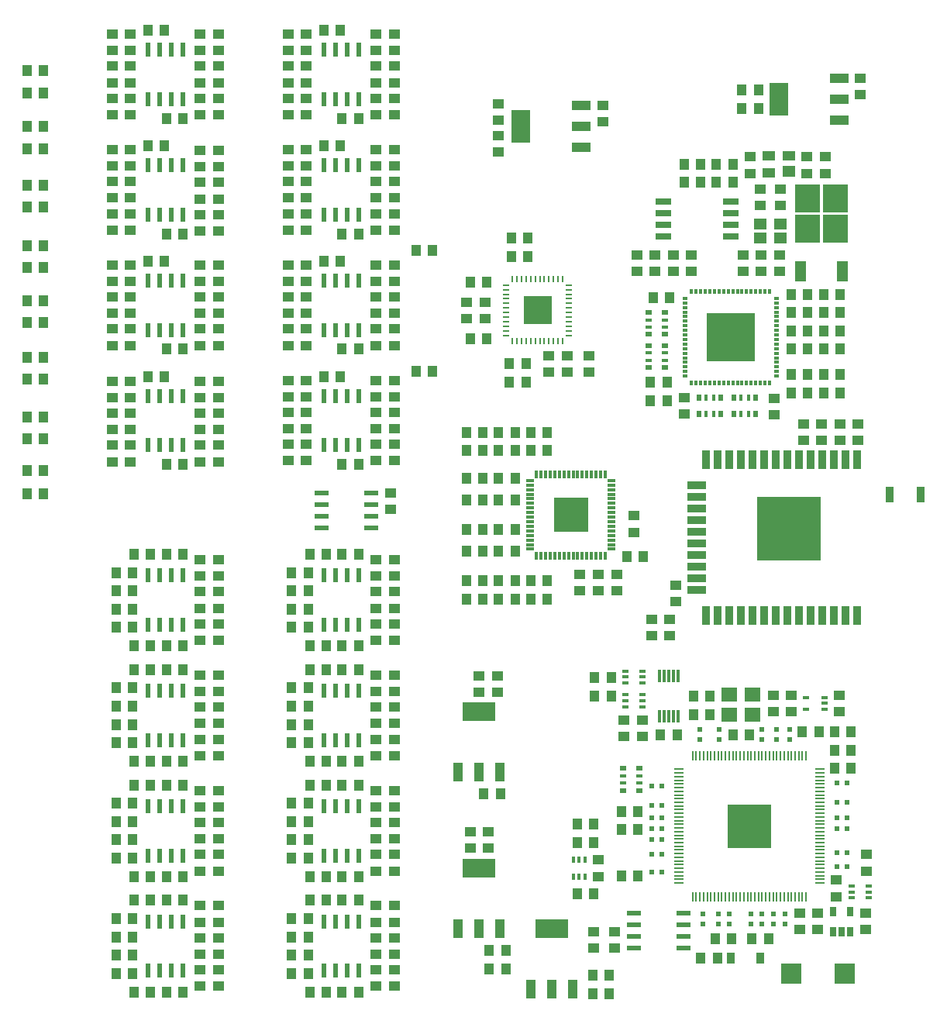
<source format=gtp>
G04 #@! TF.GenerationSoftware,KiCad,Pcbnew,(5.1.8-0-10_14)*
G04 #@! TF.CreationDate,2021-10-08T12:16:11+02:00*
G04 #@! TF.ProjectId,freeDSP-aurora,66726565-4453-4502-9d61-75726f72612e,rev?*
G04 #@! TF.SameCoordinates,Original*
G04 #@! TF.FileFunction,Paste,Top*
G04 #@! TF.FilePolarity,Positive*
%FSLAX46Y46*%
G04 Gerber Fmt 4.6, Leading zero omitted, Abs format (unit mm)*
G04 Created by KiCad (PCBNEW (5.1.8-0-10_14)) date 2021-10-08 12:16:11*
%MOMM*%
%LPD*%
G01*
G04 APERTURE LIST*
%ADD10R,1.000000X1.300000*%
%ADD11R,0.600000X1.550000*%
%ADD12R,1.550000X0.600000*%
%ADD13R,1.300000X1.000000*%
%ADD14R,1.399540X1.198880*%
%ADD15R,1.399540X1.000760*%
%ADD16R,3.657600X2.032000*%
%ADD17R,1.016000X2.032000*%
%ADD18R,2.032000X3.657600*%
%ADD19R,2.032000X1.016000*%
%ADD20R,0.900000X2.000000*%
%ADD21R,2.000000X0.900000*%
%ADD22R,7.000000X7.000000*%
%ADD23R,1.700000X1.500000*%
%ADD24R,1.400000X1.200000*%
%ADD25R,2.200000X2.200000*%
%ADD26R,0.300000X0.550000*%
%ADD27R,0.550000X0.300000*%
%ADD28R,5.250000X5.250000*%
%ADD29R,1.700000X0.650000*%
%ADD30R,3.060000X3.060000*%
%ADD31R,0.250000X0.700000*%
%ADD32R,0.700000X0.250000*%
%ADD33R,3.690000X3.690000*%
%ADD34R,0.300000X0.850000*%
%ADD35R,0.850000X0.300000*%
%ADD36R,4.800000X4.800000*%
%ADD37R,0.230000X1.000000*%
%ADD38R,1.000000X0.230000*%
%ADD39R,0.660400X0.406400*%
%ADD40R,0.910000X1.220000*%
%ADD41R,0.398780X0.749300*%
%ADD42R,0.650000X0.400000*%
%ADD43R,0.749300X0.398780*%
%ADD44R,0.300000X1.400000*%
%ADD45R,0.500000X0.800000*%
%ADD46R,0.400000X0.800000*%
%ADD47R,0.400000X0.790000*%
%ADD48R,0.500000X0.790000*%
%ADD49R,0.800000X0.500000*%
%ADD50R,0.800000X0.400000*%
%ADD51R,0.600000X0.500000*%
%ADD52R,0.500000X0.600000*%
%ADD53R,0.650000X1.060000*%
%ADD54R,1.200000X2.200000*%
%ADD55R,2.750000X3.050000*%
%ADD56R,0.900000X1.700000*%
G04 APERTURE END LIST*
D10*
X161900000Y-134300000D03*
X160100000Y-134300000D03*
D11*
X132395000Y-87500000D03*
X133665000Y-87500000D03*
X134935000Y-87500000D03*
X136205000Y-87500000D03*
X136205000Y-92900000D03*
X134935000Y-92900000D03*
X133665000Y-92900000D03*
X132395000Y-92900000D03*
X113195000Y-87500000D03*
X114465000Y-87500000D03*
X115735000Y-87500000D03*
X117005000Y-87500000D03*
X117005000Y-92900000D03*
X115735000Y-92900000D03*
X114465000Y-92900000D03*
X113195000Y-92900000D03*
X132395000Y-74900000D03*
X133665000Y-74900000D03*
X134935000Y-74900000D03*
X136205000Y-74900000D03*
X136205000Y-80300000D03*
X134935000Y-80300000D03*
X133665000Y-80300000D03*
X132395000Y-80300000D03*
X113195000Y-74900000D03*
X114465000Y-74900000D03*
X115735000Y-74900000D03*
X117005000Y-74900000D03*
X117005000Y-80300000D03*
X115735000Y-80300000D03*
X114465000Y-80300000D03*
X113195000Y-80300000D03*
X132395000Y-62300000D03*
X133665000Y-62300000D03*
X134935000Y-62300000D03*
X136205000Y-62300000D03*
X136205000Y-67700000D03*
X134935000Y-67700000D03*
X133665000Y-67700000D03*
X132395000Y-67700000D03*
X113195000Y-62300000D03*
X114465000Y-62300000D03*
X115735000Y-62300000D03*
X117005000Y-62300000D03*
X117005000Y-67700000D03*
X115735000Y-67700000D03*
X114465000Y-67700000D03*
X113195000Y-67700000D03*
X113195000Y-49700000D03*
X114465000Y-49700000D03*
X115735000Y-49700000D03*
X117005000Y-49700000D03*
X117005000Y-55100000D03*
X115735000Y-55100000D03*
X114465000Y-55100000D03*
X113195000Y-55100000D03*
X132395000Y-49700000D03*
X133665000Y-49700000D03*
X134935000Y-49700000D03*
X136205000Y-49700000D03*
X136205000Y-55100000D03*
X134935000Y-55100000D03*
X133665000Y-55100000D03*
X132395000Y-55100000D03*
X132395000Y-144900000D03*
X133665000Y-144900000D03*
X134935000Y-144900000D03*
X136205000Y-144900000D03*
X136205000Y-150300000D03*
X134935000Y-150300000D03*
X133665000Y-150300000D03*
X132395000Y-150300000D03*
X113195000Y-144900000D03*
X114465000Y-144900000D03*
X115735000Y-144900000D03*
X117005000Y-144900000D03*
X117005000Y-150300000D03*
X115735000Y-150300000D03*
X114465000Y-150300000D03*
X113195000Y-150300000D03*
X113195000Y-132300000D03*
X114465000Y-132300000D03*
X115735000Y-132300000D03*
X117005000Y-132300000D03*
X117005000Y-137700000D03*
X115735000Y-137700000D03*
X114465000Y-137700000D03*
X113195000Y-137700000D03*
X132395000Y-119700000D03*
X133665000Y-119700000D03*
X134935000Y-119700000D03*
X136205000Y-119700000D03*
X136205000Y-125100000D03*
X134935000Y-125100000D03*
X133665000Y-125100000D03*
X132395000Y-125100000D03*
X113195000Y-119700000D03*
X114465000Y-119700000D03*
X115735000Y-119700000D03*
X117005000Y-119700000D03*
X117005000Y-125100000D03*
X115735000Y-125100000D03*
X114465000Y-125100000D03*
X113195000Y-125100000D03*
X113195000Y-107100000D03*
X114465000Y-107100000D03*
X115735000Y-107100000D03*
X117005000Y-107100000D03*
X117005000Y-112500000D03*
X115735000Y-112500000D03*
X114465000Y-112500000D03*
X113195000Y-112500000D03*
X132395000Y-107100000D03*
X133665000Y-107100000D03*
X134935000Y-107100000D03*
X136205000Y-107100000D03*
X136205000Y-112500000D03*
X134935000Y-112500000D03*
X133665000Y-112500000D03*
X132395000Y-112500000D03*
X132395000Y-132300000D03*
X133665000Y-132300000D03*
X134935000Y-132300000D03*
X136205000Y-132300000D03*
X136205000Y-137700000D03*
X134935000Y-137700000D03*
X133665000Y-137700000D03*
X132395000Y-137700000D03*
D12*
X166300000Y-147805000D03*
X166300000Y-146535000D03*
X166300000Y-145265000D03*
X166300000Y-143995000D03*
X171700000Y-143995000D03*
X171700000Y-145265000D03*
X171700000Y-146535000D03*
X171700000Y-147805000D03*
X137600000Y-98095000D03*
X137600000Y-99365000D03*
X137600000Y-100635000D03*
X137600000Y-101905000D03*
X132200000Y-101905000D03*
X132200000Y-100635000D03*
X132200000Y-99365000D03*
X132200000Y-98095000D03*
D10*
X134400000Y-142600000D03*
X136200000Y-142600000D03*
D13*
X138100000Y-146700000D03*
X138100000Y-148500000D03*
D10*
X115200000Y-142600000D03*
X117000000Y-142600000D03*
D13*
X118900000Y-146700000D03*
X118900000Y-148500000D03*
X140100000Y-143200000D03*
X140100000Y-145000000D03*
X120900000Y-145000000D03*
X120900000Y-143200000D03*
D10*
X134400000Y-130000000D03*
X136200000Y-130000000D03*
D13*
X138100000Y-134100000D03*
X138100000Y-135900000D03*
X138100000Y-132400000D03*
X138100000Y-130600000D03*
X140100000Y-134100000D03*
X140100000Y-135900000D03*
X140100000Y-132400000D03*
X140100000Y-130600000D03*
D10*
X130700000Y-134000000D03*
X128900000Y-134000000D03*
X134400000Y-117400000D03*
X136200000Y-117400000D03*
D13*
X138100000Y-121500000D03*
X138100000Y-123300000D03*
D10*
X115200000Y-117400000D03*
X117000000Y-117400000D03*
D13*
X118900000Y-121500000D03*
X118900000Y-123300000D03*
X140100000Y-118000000D03*
X140100000Y-119800000D03*
X120900000Y-119800000D03*
X120900000Y-118000000D03*
D10*
X134400000Y-104800000D03*
X136200000Y-104800000D03*
D13*
X138100000Y-108900000D03*
X138100000Y-110700000D03*
X140100000Y-107200000D03*
X140100000Y-105400000D03*
X118900000Y-108900000D03*
X118900000Y-110700000D03*
X118900000Y-107200000D03*
X118900000Y-105400000D03*
D10*
X109700000Y-108800000D03*
X111500000Y-108800000D03*
X101800000Y-58100000D03*
X100000000Y-58100000D03*
D13*
X139700000Y-98100000D03*
X139700000Y-99900000D03*
X140100000Y-87600000D03*
X140100000Y-85800000D03*
X120900000Y-85900000D03*
X120900000Y-87700000D03*
X140100000Y-75000000D03*
X140100000Y-73200000D03*
X120900000Y-73200000D03*
X120900000Y-75000000D03*
X140100000Y-62400000D03*
X140100000Y-60600000D03*
X120900000Y-60700000D03*
X120900000Y-62500000D03*
X140100000Y-49800000D03*
X140100000Y-48000000D03*
X120900000Y-48000000D03*
X120900000Y-49800000D03*
D10*
X100000000Y-89800000D03*
X101800000Y-89800000D03*
X100000000Y-95700000D03*
X101800000Y-95700000D03*
X101800000Y-92200000D03*
X100000000Y-92200000D03*
X101800000Y-98200000D03*
X100000000Y-98200000D03*
X100000000Y-77100000D03*
X101800000Y-77100000D03*
X100000000Y-83300000D03*
X101800000Y-83300000D03*
X101800000Y-79500000D03*
X100000000Y-79500000D03*
X101800000Y-85700000D03*
X100000000Y-85700000D03*
X100000000Y-64500000D03*
X101800000Y-64500000D03*
X100000000Y-71100000D03*
X101800000Y-71100000D03*
X101800000Y-66900000D03*
X100000000Y-66900000D03*
X101800000Y-73500000D03*
X100000000Y-73500000D03*
X100000000Y-52000000D03*
X101800000Y-52000000D03*
X101800000Y-60500000D03*
X100000000Y-60500000D03*
X101800000Y-54400000D03*
X100000000Y-54400000D03*
D14*
X183199820Y-62969620D03*
D15*
X183199820Y-61250040D03*
X181000180Y-61250040D03*
X181000180Y-63149960D03*
D16*
X149400000Y-139098000D03*
D17*
X149400000Y-145702000D03*
X151686000Y-145702000D03*
X147114000Y-145702000D03*
D13*
X168200000Y-111900000D03*
X168200000Y-113700000D03*
X170200000Y-111900000D03*
X170200000Y-113700000D03*
D18*
X182098000Y-55114000D03*
D19*
X188702000Y-55114000D03*
X188702000Y-52828000D03*
X188702000Y-57400000D03*
D16*
X157300000Y-145698000D03*
D17*
X157300000Y-152302000D03*
X159586000Y-152302000D03*
X155014000Y-152302000D03*
D18*
X153898000Y-58100000D03*
D19*
X160502000Y-58100000D03*
X160502000Y-55814000D03*
X160502000Y-60386000D03*
D13*
X151500000Y-59100000D03*
X151500000Y-60900000D03*
X151500000Y-57400000D03*
X151500000Y-55600000D03*
X162900000Y-55800000D03*
X162900000Y-57600000D03*
X184800000Y-90600000D03*
X184800000Y-92400000D03*
D20*
X190700000Y-94500000D03*
X189430000Y-94500000D03*
X188160000Y-94500000D03*
X186890000Y-94500000D03*
X185620000Y-94500000D03*
X184350000Y-94500000D03*
X183080000Y-94500000D03*
X181810000Y-94500000D03*
X180540000Y-94500000D03*
X179270000Y-94500000D03*
X178000000Y-94500000D03*
X176730000Y-94500000D03*
X175460000Y-94500000D03*
X174190000Y-94500000D03*
D21*
X173190000Y-97285000D03*
X173190000Y-98555000D03*
X173190000Y-99825000D03*
X173190000Y-101095000D03*
X173190000Y-102365000D03*
X173190000Y-103635000D03*
X173190000Y-104905000D03*
X173190000Y-106175000D03*
X173190000Y-107445000D03*
X173190000Y-108715000D03*
D20*
X174190000Y-111500000D03*
X175460000Y-111500000D03*
X176730000Y-111500000D03*
X178000000Y-111500000D03*
X179270000Y-111500000D03*
X180540000Y-111500000D03*
X181810000Y-111500000D03*
X183080000Y-111500000D03*
X184350000Y-111500000D03*
X185620000Y-111500000D03*
X186890000Y-111500000D03*
X188160000Y-111500000D03*
X189430000Y-111500000D03*
X190700000Y-111500000D03*
D22*
X183200000Y-102000000D03*
D13*
X188800000Y-90600000D03*
X188800000Y-92400000D03*
X190800000Y-90600000D03*
X190800000Y-92400000D03*
X186800000Y-90600000D03*
X186800000Y-92400000D03*
D10*
X190000000Y-128200000D03*
X188200000Y-128200000D03*
X190000000Y-126200000D03*
X188200000Y-126200000D03*
D13*
X167200000Y-124700000D03*
X167200000Y-122900000D03*
X165200000Y-124700000D03*
X165200000Y-122900000D03*
D10*
X172800000Y-120300000D03*
X174600000Y-120300000D03*
X162000000Y-120300000D03*
X163800000Y-120300000D03*
X171000000Y-124500000D03*
X169200000Y-124500000D03*
X162000000Y-118300000D03*
X163800000Y-118300000D03*
D13*
X191700000Y-137600000D03*
X191700000Y-139400000D03*
X188400000Y-142200000D03*
X188400000Y-140400000D03*
X186400000Y-145800000D03*
X186400000Y-144000000D03*
X148400000Y-135100000D03*
X148400000Y-136900000D03*
D10*
X150500000Y-148100000D03*
X152300000Y-148100000D03*
D13*
X150400000Y-135100000D03*
X150400000Y-136900000D03*
D10*
X161900000Y-141900000D03*
X160100000Y-141900000D03*
D13*
X162400000Y-140000000D03*
X162400000Y-138200000D03*
D10*
X160100000Y-136300000D03*
X161900000Y-136300000D03*
D23*
X179270000Y-120100000D03*
X176730000Y-120100000D03*
X176730000Y-122300000D03*
X179270000Y-122300000D03*
D13*
X183500000Y-120200000D03*
X183500000Y-122000000D03*
X188700000Y-120200000D03*
X188700000Y-122000000D03*
D10*
X177100000Y-124500000D03*
X178900000Y-124500000D03*
X175200000Y-146800000D03*
X177000000Y-146800000D03*
X179200000Y-146800000D03*
X181000000Y-146800000D03*
X164900000Y-139900000D03*
X166700000Y-139900000D03*
X166700000Y-134900000D03*
X164900000Y-134900000D03*
X166700000Y-132900000D03*
X164900000Y-132900000D03*
X186500000Y-124200000D03*
X184700000Y-124200000D03*
X172800000Y-122300000D03*
X174600000Y-122300000D03*
D13*
X181500000Y-120200000D03*
X181500000Y-122000000D03*
X164200000Y-146000000D03*
X164200000Y-147800000D03*
D10*
X173600000Y-148900000D03*
X175400000Y-148900000D03*
X188200000Y-124200000D03*
X190000000Y-124200000D03*
X161800000Y-150800000D03*
X163600000Y-150800000D03*
X179900000Y-56100000D03*
X178100000Y-56100000D03*
D13*
X191000000Y-52800000D03*
X191000000Y-54600000D03*
D24*
X182300000Y-68700000D03*
X180100000Y-70300000D03*
X180100000Y-68700000D03*
X182300000Y-70300000D03*
D13*
X162400000Y-107000000D03*
X162400000Y-108800000D03*
D10*
X151500000Y-109700000D03*
X153300000Y-109700000D03*
X151500000Y-91500000D03*
X153300000Y-91500000D03*
D13*
X159000000Y-83100000D03*
X159000000Y-84900000D03*
X148000000Y-79100000D03*
X148000000Y-77300000D03*
D10*
X169900000Y-88000000D03*
X168100000Y-88000000D03*
D13*
X170600000Y-73900000D03*
X170600000Y-72100000D03*
D10*
X187000000Y-82400000D03*
X188800000Y-82400000D03*
X185300000Y-85200000D03*
X183500000Y-85200000D03*
D13*
X185200000Y-63200000D03*
X185200000Y-61400000D03*
X187200000Y-63200000D03*
X187200000Y-61400000D03*
D10*
X177100000Y-64200000D03*
X175300000Y-64200000D03*
X177100000Y-62200000D03*
X175300000Y-62200000D03*
X171800000Y-64200000D03*
X173600000Y-64200000D03*
X171800000Y-62200000D03*
X173600000Y-62200000D03*
D13*
X178200000Y-73900000D03*
X178200000Y-72100000D03*
X180200000Y-73900000D03*
X180200000Y-72100000D03*
X166600000Y-72100000D03*
X166600000Y-73900000D03*
D10*
X187000000Y-78400000D03*
X188800000Y-78400000D03*
X187000000Y-76400000D03*
X188800000Y-76400000D03*
X188800000Y-85200000D03*
X187000000Y-85200000D03*
X188800000Y-87200000D03*
X187000000Y-87200000D03*
D13*
X171800000Y-87700000D03*
X171800000Y-89500000D03*
D10*
X170200000Y-76800000D03*
X168400000Y-76800000D03*
X183500000Y-76400000D03*
X185300000Y-76400000D03*
X183500000Y-87200000D03*
X185300000Y-87200000D03*
D13*
X181600000Y-87800000D03*
X181600000Y-89600000D03*
D10*
X169900000Y-86000000D03*
X168100000Y-86000000D03*
D13*
X172600000Y-73900000D03*
X172600000Y-72100000D03*
X182200000Y-73900000D03*
X182200000Y-72100000D03*
X179000000Y-63200000D03*
X179000000Y-61400000D03*
X168600000Y-72100000D03*
X168600000Y-73900000D03*
X180100000Y-66700000D03*
X180100000Y-64900000D03*
X182300000Y-66700000D03*
X182300000Y-64900000D03*
D10*
X187000000Y-80400000D03*
X188800000Y-80400000D03*
X185300000Y-80400000D03*
X183500000Y-80400000D03*
X183500000Y-78400000D03*
X185300000Y-78400000D03*
X185300000Y-82400000D03*
X183500000Y-82400000D03*
X179900000Y-54100000D03*
X178100000Y-54100000D03*
D13*
X161900000Y-147800000D03*
X161900000Y-146000000D03*
D10*
X161800000Y-152800000D03*
X163600000Y-152800000D03*
D13*
X140100000Y-91100000D03*
X140100000Y-89300000D03*
X120900000Y-91200000D03*
X120900000Y-89400000D03*
X138100000Y-89300000D03*
X138100000Y-91100000D03*
X140100000Y-92800000D03*
X140100000Y-94600000D03*
X118900000Y-89400000D03*
X118900000Y-91200000D03*
X120900000Y-92900000D03*
X120900000Y-94700000D03*
X130500000Y-89300000D03*
X130500000Y-91100000D03*
X111300000Y-89400000D03*
X111300000Y-91200000D03*
X128500000Y-85800000D03*
X128500000Y-87600000D03*
X109300000Y-85900000D03*
X109300000Y-87700000D03*
X128500000Y-92800000D03*
X128500000Y-94600000D03*
X109300000Y-92900000D03*
X109300000Y-94700000D03*
D10*
X154700000Y-70300000D03*
X152900000Y-70300000D03*
D13*
X130500000Y-92800000D03*
X130500000Y-94600000D03*
D10*
X134400000Y-95000000D03*
X136200000Y-95000000D03*
D13*
X111300000Y-92900000D03*
X111300000Y-94700000D03*
D10*
X115200000Y-95000000D03*
X117000000Y-95000000D03*
D13*
X140100000Y-78500000D03*
X140100000Y-76700000D03*
D10*
X142500000Y-71600000D03*
X144300000Y-71600000D03*
D13*
X138100000Y-76700000D03*
X138100000Y-78500000D03*
X140100000Y-80200000D03*
X140100000Y-82000000D03*
X118900000Y-76700000D03*
X118900000Y-78500000D03*
X120900000Y-80200000D03*
X120900000Y-82000000D03*
X130500000Y-76700000D03*
X130500000Y-78500000D03*
X111300000Y-76700000D03*
X111300000Y-78500000D03*
X128500000Y-73200000D03*
X128500000Y-75000000D03*
X109300000Y-73200000D03*
X109300000Y-75000000D03*
X128500000Y-80200000D03*
X128500000Y-82000000D03*
X109300000Y-80200000D03*
X109300000Y-82000000D03*
X130500000Y-80200000D03*
X130500000Y-82000000D03*
D10*
X134400000Y-82400000D03*
X136200000Y-82400000D03*
D13*
X111300000Y-80200000D03*
X111300000Y-82000000D03*
D10*
X115200000Y-82400000D03*
X117000000Y-82400000D03*
X142500000Y-84800000D03*
X144300000Y-84800000D03*
D13*
X140100000Y-65900000D03*
X140100000Y-64100000D03*
X120900000Y-66000000D03*
X120900000Y-64200000D03*
X138100000Y-64100000D03*
X138100000Y-65900000D03*
X140100000Y-67600000D03*
X140100000Y-69400000D03*
X118900000Y-64200000D03*
X118900000Y-66000000D03*
X120900000Y-67700000D03*
X120900000Y-69500000D03*
X130500000Y-64100000D03*
X130500000Y-65900000D03*
X111300000Y-64100000D03*
X111300000Y-65900000D03*
X128500000Y-60600000D03*
X128500000Y-62400000D03*
X109300000Y-60600000D03*
X109300000Y-62400000D03*
D10*
X154500000Y-86000000D03*
X152700000Y-86000000D03*
D13*
X128500000Y-67600000D03*
X128500000Y-69400000D03*
X109300000Y-67600000D03*
X109300000Y-69400000D03*
X130500000Y-67600000D03*
X130500000Y-69400000D03*
D10*
X134400000Y-69800000D03*
X136200000Y-69800000D03*
D13*
X111300000Y-67600000D03*
X111300000Y-69400000D03*
D10*
X115200000Y-69800000D03*
X117000000Y-69800000D03*
D13*
X120900000Y-53300000D03*
X120900000Y-51500000D03*
X140100000Y-53300000D03*
X140100000Y-51500000D03*
X118900000Y-51500000D03*
X118900000Y-53300000D03*
X120900000Y-55000000D03*
X120900000Y-56800000D03*
X138100000Y-51500000D03*
X138100000Y-53300000D03*
X140100000Y-55000000D03*
X140100000Y-56800000D03*
X111300000Y-51500000D03*
X111300000Y-53300000D03*
X130500000Y-51500000D03*
X130500000Y-53300000D03*
X109300000Y-48000000D03*
X109300000Y-49800000D03*
X128500000Y-48000000D03*
X128500000Y-49800000D03*
X109300000Y-55000000D03*
X109300000Y-56800000D03*
X128500000Y-55000000D03*
X128500000Y-56800000D03*
X111300000Y-55000000D03*
X111300000Y-56800000D03*
D10*
X115200000Y-57200000D03*
X117000000Y-57200000D03*
D13*
X130500000Y-55000000D03*
X130500000Y-56800000D03*
D10*
X134400000Y-57200000D03*
X136200000Y-57200000D03*
X132400000Y-85400000D03*
X134200000Y-85400000D03*
X113200000Y-85400000D03*
X115000000Y-85400000D03*
X132400000Y-72800000D03*
X134200000Y-72800000D03*
X113200000Y-72800000D03*
X115000000Y-72800000D03*
X132400000Y-60200000D03*
X134200000Y-60200000D03*
X113200000Y-60200000D03*
X115000000Y-60200000D03*
X113200000Y-47600000D03*
X115000000Y-47600000D03*
X132400000Y-47600000D03*
X134200000Y-47600000D03*
D13*
X157000000Y-83100000D03*
X157000000Y-84900000D03*
X138100000Y-87600000D03*
X138100000Y-85800000D03*
X118900000Y-87700000D03*
X118900000Y-85900000D03*
X138100000Y-94600000D03*
X138100000Y-92800000D03*
X118900000Y-94700000D03*
X118900000Y-92900000D03*
D10*
X152900000Y-72300000D03*
X154700000Y-72300000D03*
D13*
X130500000Y-85800000D03*
X130500000Y-87600000D03*
X111300000Y-85900000D03*
X111300000Y-87700000D03*
X128500000Y-89300000D03*
X128500000Y-91100000D03*
X109300000Y-89400000D03*
X109300000Y-91200000D03*
D10*
X150200000Y-75100000D03*
X148400000Y-75100000D03*
D13*
X138100000Y-75000000D03*
X138100000Y-73200000D03*
X118900000Y-75000000D03*
X118900000Y-73200000D03*
X138100000Y-82000000D03*
X138100000Y-80200000D03*
X118900000Y-82000000D03*
X118900000Y-80200000D03*
X150000000Y-79100000D03*
X150000000Y-77300000D03*
X130500000Y-73200000D03*
X130500000Y-75000000D03*
X111300000Y-73200000D03*
X111300000Y-75000000D03*
X128500000Y-76700000D03*
X128500000Y-78500000D03*
X109300000Y-76700000D03*
X109300000Y-78500000D03*
D10*
X150200000Y-81300000D03*
X148400000Y-81300000D03*
D13*
X138100000Y-62400000D03*
X138100000Y-60600000D03*
X118900000Y-62500000D03*
X118900000Y-60700000D03*
X138100000Y-69400000D03*
X138100000Y-67600000D03*
X118900000Y-69500000D03*
X118900000Y-67700000D03*
D10*
X152700000Y-84000000D03*
X154500000Y-84000000D03*
D13*
X130500000Y-60600000D03*
X130500000Y-62400000D03*
X111300000Y-60600000D03*
X111300000Y-62400000D03*
X128500000Y-64100000D03*
X128500000Y-65900000D03*
X109300000Y-64100000D03*
X109300000Y-65900000D03*
X161400000Y-83100000D03*
X161400000Y-84900000D03*
X118900000Y-49800000D03*
X118900000Y-48000000D03*
X138100000Y-49800000D03*
X138100000Y-48000000D03*
X118900000Y-56800000D03*
X118900000Y-55000000D03*
X138100000Y-56800000D03*
X138100000Y-55000000D03*
X111300000Y-48000000D03*
X111300000Y-49800000D03*
X130500000Y-48000000D03*
X130500000Y-49800000D03*
X109300000Y-51500000D03*
X109300000Y-53300000D03*
X128500000Y-51500000D03*
X128500000Y-53300000D03*
X138100000Y-143200000D03*
X138100000Y-145000000D03*
X118900000Y-143200000D03*
X118900000Y-145000000D03*
X140100000Y-146700000D03*
X140100000Y-148500000D03*
X120900000Y-146700000D03*
X120900000Y-148500000D03*
D10*
X128900000Y-148600000D03*
X130700000Y-148600000D03*
X109700000Y-148600000D03*
X111500000Y-148600000D03*
X136200000Y-152600000D03*
X134400000Y-152600000D03*
X117000000Y-152600000D03*
X115200000Y-152600000D03*
X128900000Y-150600000D03*
X130700000Y-150600000D03*
X109700000Y-150600000D03*
X111500000Y-150600000D03*
D13*
X138100000Y-152000000D03*
X138100000Y-150200000D03*
X118900000Y-152000000D03*
X118900000Y-150200000D03*
D10*
X128900000Y-136000000D03*
X130700000Y-136000000D03*
X136200000Y-140000000D03*
X134400000Y-140000000D03*
X128900000Y-138000000D03*
X130700000Y-138000000D03*
D13*
X138100000Y-139400000D03*
X138100000Y-137600000D03*
D10*
X117000000Y-130000000D03*
X115200000Y-130000000D03*
D13*
X118900000Y-134100000D03*
X118900000Y-135900000D03*
D10*
X148000000Y-109700000D03*
X149800000Y-109700000D03*
D13*
X118900000Y-130600000D03*
X118900000Y-132400000D03*
X120900000Y-134100000D03*
X120900000Y-135900000D03*
D10*
X109700000Y-136000000D03*
X111500000Y-136000000D03*
X117000000Y-140000000D03*
X115200000Y-140000000D03*
X109700000Y-138000000D03*
X111500000Y-138000000D03*
D13*
X118900000Y-139400000D03*
X118900000Y-137600000D03*
X166300000Y-100600000D03*
X166300000Y-102400000D03*
D10*
X148000000Y-107700000D03*
X149800000Y-107700000D03*
D13*
X138100000Y-118000000D03*
X138100000Y-119800000D03*
X118900000Y-118000000D03*
X118900000Y-119800000D03*
X140100000Y-121500000D03*
X140100000Y-123300000D03*
X120900000Y-121500000D03*
X120900000Y-123300000D03*
D10*
X128900000Y-123400000D03*
X130700000Y-123400000D03*
X109700000Y-123400000D03*
X111500000Y-123400000D03*
X148000000Y-93500000D03*
X149800000Y-93500000D03*
X136200000Y-127400000D03*
X134400000Y-127400000D03*
X117000000Y-127400000D03*
X115200000Y-127400000D03*
X128900000Y-125400000D03*
X130700000Y-125400000D03*
X109700000Y-125400000D03*
X111500000Y-125400000D03*
D13*
X138100000Y-126800000D03*
X138100000Y-125000000D03*
X118900000Y-126800000D03*
X118900000Y-125000000D03*
D10*
X148000000Y-91500000D03*
X149800000Y-91500000D03*
D13*
X138100000Y-105400000D03*
X138100000Y-107200000D03*
D10*
X117000000Y-104800000D03*
X115200000Y-104800000D03*
D13*
X140100000Y-108900000D03*
X140100000Y-110700000D03*
X120900000Y-108900000D03*
X120900000Y-110700000D03*
D10*
X128900000Y-110800000D03*
X130700000Y-110800000D03*
X109700000Y-110800000D03*
X111500000Y-110800000D03*
X136200000Y-114800000D03*
X134400000Y-114800000D03*
X117000000Y-114800000D03*
X115200000Y-114800000D03*
X128900000Y-112800000D03*
X130700000Y-112800000D03*
X109700000Y-112800000D03*
X111500000Y-112800000D03*
D13*
X138100000Y-114200000D03*
X138100000Y-112400000D03*
X118900000Y-114200000D03*
X118900000Y-112400000D03*
D10*
X132700000Y-142600000D03*
X130900000Y-142600000D03*
X113500000Y-142600000D03*
X111700000Y-142600000D03*
X132700000Y-130000000D03*
X130900000Y-130000000D03*
X113500000Y-130000000D03*
X111700000Y-130000000D03*
X132700000Y-117400000D03*
X130900000Y-117400000D03*
X113500000Y-117400000D03*
X111700000Y-117400000D03*
X132700000Y-104800000D03*
X130900000Y-104800000D03*
X113500000Y-104800000D03*
X111700000Y-104800000D03*
X128900000Y-146600000D03*
X130700000Y-146600000D03*
X109700000Y-146600000D03*
X111500000Y-146600000D03*
X156800000Y-109700000D03*
X155000000Y-109700000D03*
X151500000Y-107700000D03*
X153300000Y-107700000D03*
X128900000Y-144600000D03*
X130700000Y-144600000D03*
X109700000Y-144600000D03*
X111500000Y-144600000D03*
D13*
X160400000Y-107000000D03*
X160400000Y-108800000D03*
D10*
X153300000Y-104500000D03*
X151500000Y-104500000D03*
X153300000Y-96500000D03*
X151500000Y-96500000D03*
D13*
X140100000Y-152000000D03*
X140100000Y-150200000D03*
X120900000Y-152000000D03*
X120900000Y-150200000D03*
D10*
X130900000Y-152600000D03*
X132700000Y-152600000D03*
X111700000Y-152600000D03*
X113500000Y-152600000D03*
X149800000Y-104500000D03*
X148000000Y-104500000D03*
X128900000Y-132000000D03*
X130700000Y-132000000D03*
X165500000Y-105100000D03*
X167300000Y-105100000D03*
D13*
X164400000Y-107000000D03*
X164400000Y-108800000D03*
X140100000Y-139400000D03*
X140100000Y-137600000D03*
D10*
X130900000Y-140000000D03*
X132700000Y-140000000D03*
D13*
X120900000Y-132400000D03*
X120900000Y-130600000D03*
D10*
X109700000Y-134000000D03*
X111500000Y-134000000D03*
X156800000Y-107700000D03*
X155000000Y-107700000D03*
X149800000Y-102100000D03*
X148000000Y-102100000D03*
X109700000Y-132000000D03*
X111500000Y-132000000D03*
D13*
X120900000Y-139400000D03*
X120900000Y-137600000D03*
D10*
X111700000Y-140000000D03*
X113500000Y-140000000D03*
X153300000Y-102100000D03*
X151500000Y-102100000D03*
X128900000Y-121400000D03*
X130700000Y-121400000D03*
X109700000Y-121400000D03*
X111500000Y-121400000D03*
X153300000Y-98900000D03*
X151500000Y-98900000D03*
X148000000Y-98900000D03*
X149800000Y-98900000D03*
X148000000Y-96500000D03*
X149800000Y-96500000D03*
X128900000Y-119400000D03*
X130700000Y-119400000D03*
X109700000Y-119400000D03*
X111500000Y-119400000D03*
D13*
X140100000Y-126800000D03*
X140100000Y-125000000D03*
X120900000Y-126800000D03*
X120900000Y-125000000D03*
D10*
X156800000Y-93500000D03*
X155000000Y-93500000D03*
X130900000Y-127400000D03*
X132700000Y-127400000D03*
X111700000Y-127400000D03*
X113500000Y-127400000D03*
X128900000Y-108800000D03*
X130700000Y-108800000D03*
D13*
X120900000Y-107200000D03*
X120900000Y-105400000D03*
D10*
X151500000Y-93500000D03*
X153300000Y-93500000D03*
X109700000Y-106800000D03*
X111500000Y-106800000D03*
X128900000Y-106800000D03*
X130700000Y-106800000D03*
X111700000Y-114800000D03*
X113500000Y-114800000D03*
D13*
X140100000Y-114200000D03*
X140100000Y-112400000D03*
X120900000Y-114200000D03*
X120900000Y-112400000D03*
D10*
X130900000Y-114800000D03*
X132700000Y-114800000D03*
X155000000Y-91500000D03*
X156800000Y-91500000D03*
D13*
X184400000Y-145800000D03*
X184400000Y-144000000D03*
D25*
X189300000Y-150600000D03*
X183500000Y-150600000D03*
D13*
X120900000Y-78500000D03*
X120900000Y-76700000D03*
X149400000Y-118100000D03*
X149400000Y-119900000D03*
X151400000Y-118100000D03*
X151400000Y-119900000D03*
X170900000Y-108200000D03*
X170900000Y-110000000D03*
D17*
X147114000Y-128602000D03*
X151686000Y-128602000D03*
X149400000Y-128602000D03*
D16*
X149400000Y-121998000D03*
D10*
X149900000Y-131000000D03*
X151700000Y-131000000D03*
X150500000Y-150100000D03*
X152300000Y-150100000D03*
D13*
X191600000Y-145800000D03*
X191600000Y-144000000D03*
D26*
X181100000Y-86100000D03*
X180600000Y-86100000D03*
X180100000Y-86100000D03*
X179600000Y-86100000D03*
X179100000Y-86100000D03*
X178600000Y-86100000D03*
X178100000Y-86100000D03*
X177600000Y-86100000D03*
X177100000Y-86100000D03*
X176600000Y-86100000D03*
X176100000Y-86100000D03*
X175600000Y-86100000D03*
X175100000Y-86100000D03*
X174600000Y-86100000D03*
X174100000Y-86100000D03*
X173600000Y-86100000D03*
X173100000Y-86100000D03*
X172600000Y-86100000D03*
D27*
X171850000Y-85350000D03*
X171850000Y-84850000D03*
X171850000Y-84350000D03*
X171850000Y-83850000D03*
X171850000Y-83350000D03*
X171850000Y-82850000D03*
X171850000Y-82350000D03*
X171850000Y-81850000D03*
X171850000Y-81350000D03*
X171850000Y-80850000D03*
X171850000Y-80350000D03*
X171850000Y-79850000D03*
X171850000Y-79350000D03*
X171850000Y-78850000D03*
X171850000Y-78350000D03*
X171850000Y-77850000D03*
X171850000Y-77350000D03*
X171850000Y-76850000D03*
D26*
X172600000Y-76100000D03*
X173100000Y-76100000D03*
X173600000Y-76100000D03*
X174100000Y-76100000D03*
X174600000Y-76100000D03*
X175100000Y-76100000D03*
X175600000Y-76100000D03*
X176100000Y-76100000D03*
X176600000Y-76100000D03*
X177100000Y-76100000D03*
X177600000Y-76100000D03*
X178100000Y-76100000D03*
X178600000Y-76100000D03*
X179100000Y-76100000D03*
X179600000Y-76100000D03*
X180100000Y-76100000D03*
X180600000Y-76100000D03*
X181100000Y-76100000D03*
D27*
X181850000Y-76850000D03*
X181850000Y-77350000D03*
X181850000Y-77850000D03*
X181850000Y-78350000D03*
X181850000Y-78850000D03*
X181850000Y-79350000D03*
X181850000Y-79850000D03*
X181850000Y-80350000D03*
X181850000Y-80850000D03*
X181850000Y-81350000D03*
X181850000Y-81850000D03*
X181850000Y-82350000D03*
X181850000Y-82850000D03*
X181850000Y-83350000D03*
X181850000Y-83850000D03*
X181850000Y-84350000D03*
X181850000Y-84850000D03*
X181850000Y-85350000D03*
D28*
X176850000Y-81100000D03*
D29*
X169550000Y-70105000D03*
X169550000Y-68835000D03*
X169550000Y-67565000D03*
X169550000Y-66295000D03*
X176850000Y-66295000D03*
X176850000Y-67565000D03*
X176850000Y-68835000D03*
X176850000Y-70105000D03*
D30*
X155756250Y-78156250D03*
D31*
X158506250Y-81556250D03*
X158006250Y-81556250D03*
X157506250Y-81556250D03*
X157006250Y-81556250D03*
X156506250Y-81556250D03*
X156006250Y-81556250D03*
X155506250Y-81556250D03*
X155006250Y-81556250D03*
X154506250Y-81556250D03*
X154006250Y-81556250D03*
X153506250Y-81556250D03*
X153006250Y-81556250D03*
D32*
X152356250Y-80906250D03*
X152356250Y-80406250D03*
X152356250Y-79906250D03*
X152356250Y-79406250D03*
X152356250Y-78906250D03*
X152356250Y-78406250D03*
X152356250Y-77906250D03*
X152356250Y-77406250D03*
X152356250Y-76906250D03*
X152356250Y-76406250D03*
X152356250Y-75906250D03*
X152356250Y-75406250D03*
D31*
X153006250Y-74756250D03*
X153506250Y-74756250D03*
X154006250Y-74756250D03*
X154506250Y-74756250D03*
X155006250Y-74756250D03*
X155506250Y-74756250D03*
X156006250Y-74756250D03*
X156506250Y-74756250D03*
X157006250Y-74756250D03*
X157506250Y-74756250D03*
X158006250Y-74756250D03*
X158506250Y-74756250D03*
D32*
X159156250Y-75406250D03*
X159156250Y-75906250D03*
X159156250Y-76406250D03*
X159156250Y-76906250D03*
X159156250Y-77406250D03*
X159156250Y-77906250D03*
X159156250Y-78406250D03*
X159156250Y-78906250D03*
X159156250Y-79406250D03*
X159156250Y-79906250D03*
X159156250Y-80406250D03*
X159156250Y-80906250D03*
D33*
X159400000Y-100500000D03*
D34*
X155650000Y-96050000D03*
X156150000Y-96050000D03*
X156650000Y-96050000D03*
X157150000Y-96050000D03*
X157650000Y-96050000D03*
X158150000Y-96050000D03*
X158650000Y-96050000D03*
X159150000Y-96050000D03*
X159650000Y-96050000D03*
X160150000Y-96050000D03*
X160650000Y-96050000D03*
X161150000Y-96050000D03*
X161650000Y-96050000D03*
X162150000Y-96050000D03*
X162650000Y-96050000D03*
X163150000Y-96050000D03*
D35*
X163850000Y-96750000D03*
X163850000Y-97250000D03*
X163850000Y-97750000D03*
X163850000Y-98250000D03*
X163850000Y-98750000D03*
X163850000Y-99250000D03*
X163850000Y-99750000D03*
X163850000Y-100250000D03*
X163850000Y-100750000D03*
X163850000Y-101250000D03*
X163850000Y-101750000D03*
X163850000Y-102250000D03*
X163850000Y-102750000D03*
X163850000Y-103250000D03*
X163850000Y-103750000D03*
X163850000Y-104250000D03*
D34*
X163150000Y-104950000D03*
X162650000Y-104950000D03*
X162150000Y-104950000D03*
X161650000Y-104950000D03*
X161150000Y-104950000D03*
X160650000Y-104950000D03*
X160150000Y-104950000D03*
X159650000Y-104950000D03*
X159150000Y-104950000D03*
X158650000Y-104950000D03*
X158150000Y-104950000D03*
X157650000Y-104950000D03*
X157150000Y-104950000D03*
X156650000Y-104950000D03*
X156150000Y-104950000D03*
X155650000Y-104950000D03*
D35*
X154950000Y-104250000D03*
X154950000Y-103750000D03*
X154950000Y-103250000D03*
X154950000Y-102750000D03*
X154950000Y-102250000D03*
X154950000Y-101750000D03*
X154950000Y-101250000D03*
X154950000Y-100750000D03*
X154950000Y-100250000D03*
X154950000Y-99750000D03*
X154950000Y-99250000D03*
X154950000Y-98750000D03*
X154950000Y-98250000D03*
X154950000Y-97750000D03*
X154950000Y-97250000D03*
X154950000Y-96750000D03*
D36*
X178900000Y-134500000D03*
X178900000Y-134500000D03*
D37*
X172700000Y-126800000D03*
X173100000Y-126800000D03*
X173500000Y-126800000D03*
X173900000Y-126800000D03*
X174300000Y-126800000D03*
X174700000Y-126800000D03*
X175100000Y-126800000D03*
X175500000Y-126800000D03*
X175900000Y-126800000D03*
X176300000Y-126800000D03*
X176700000Y-126800000D03*
X177100000Y-126800000D03*
X177500000Y-126800000D03*
X177900000Y-126800000D03*
X178300000Y-126800000D03*
X178700000Y-126800000D03*
X179100000Y-126800000D03*
X179500000Y-126800000D03*
X179900000Y-126800000D03*
X180300000Y-126800000D03*
X180700000Y-126800000D03*
X181100000Y-126800000D03*
X181500000Y-126800000D03*
X181900000Y-126800000D03*
X182300000Y-126800000D03*
X182700000Y-126800000D03*
X183100000Y-126800000D03*
X183500000Y-126800000D03*
X183900000Y-126800000D03*
X184300000Y-126800000D03*
X184700000Y-126800000D03*
X185100000Y-126800000D03*
D38*
X186600000Y-128300000D03*
X186600000Y-128700000D03*
X186600000Y-129100000D03*
X186600000Y-129500000D03*
X186600000Y-129900000D03*
X186600000Y-130300000D03*
X186600000Y-130700000D03*
X186600000Y-131100000D03*
X186600000Y-131500000D03*
X186600000Y-131900000D03*
X186600000Y-132300000D03*
X186600000Y-132700000D03*
X186600000Y-133100000D03*
X186600000Y-133500000D03*
X186600000Y-133900000D03*
X186600000Y-134300000D03*
X186600000Y-134700000D03*
X186600000Y-135100000D03*
X186600000Y-135500000D03*
X186600000Y-135900000D03*
X186600000Y-136300000D03*
X186600000Y-136700000D03*
X186600000Y-137100000D03*
X186600000Y-137500000D03*
X186600000Y-137900000D03*
X186600000Y-138300000D03*
X186600000Y-138700000D03*
X186600000Y-139100000D03*
X186600000Y-139500000D03*
X186600000Y-139900000D03*
X186600000Y-140300000D03*
X186600000Y-140700000D03*
D37*
X185100000Y-142200000D03*
X184700000Y-142200000D03*
X184300000Y-142200000D03*
X183900000Y-142200000D03*
X183500000Y-142200000D03*
X183100000Y-142200000D03*
X182700000Y-142200000D03*
X182300000Y-142200000D03*
X181900000Y-142200000D03*
X181500000Y-142200000D03*
X181100000Y-142200000D03*
X180700000Y-142200000D03*
X180300000Y-142200000D03*
X179900000Y-142200000D03*
X179500000Y-142200000D03*
X179100000Y-142200000D03*
X178700000Y-142200000D03*
X178300000Y-142200000D03*
X177900000Y-142200000D03*
X177500000Y-142200000D03*
X177100000Y-142200000D03*
X176700000Y-142200000D03*
X176300000Y-142200000D03*
X175900000Y-142200000D03*
X175500000Y-142200000D03*
X175100000Y-142200000D03*
X174700000Y-142200000D03*
X174300000Y-142200000D03*
X173900000Y-142200000D03*
X173500000Y-142200000D03*
X173100000Y-142200000D03*
X172700000Y-142200000D03*
D38*
X171200000Y-140700000D03*
X171200000Y-140300000D03*
X171200000Y-139900000D03*
X171200000Y-139500000D03*
X171200000Y-139100000D03*
X171200000Y-138700000D03*
X171200000Y-138300000D03*
X171200000Y-137900000D03*
X171200000Y-137500000D03*
X171200000Y-137100000D03*
X171200000Y-136700000D03*
X171200000Y-136300000D03*
X171200000Y-135900000D03*
X171200000Y-135500000D03*
X171200000Y-135100000D03*
X171200000Y-134700000D03*
X171200000Y-134300000D03*
X171200000Y-133900000D03*
X171200000Y-133500000D03*
X171200000Y-133100000D03*
X171200000Y-132700000D03*
X171200000Y-132300000D03*
X171200000Y-131900000D03*
X171200000Y-131500000D03*
X171200000Y-131100000D03*
X171200000Y-130700000D03*
X171200000Y-130300000D03*
X171200000Y-129900000D03*
X171200000Y-129500000D03*
X171200000Y-129100000D03*
X171200000Y-128700000D03*
X171200000Y-128300000D03*
D39*
X185084000Y-121760400D03*
X185084000Y-120439600D03*
X187116000Y-121100000D03*
X187116000Y-120439600D03*
X187116000Y-121760400D03*
D40*
X180135000Y-148900000D03*
X176865000Y-148900000D03*
D41*
X160950240Y-138150040D03*
X160300000Y-138150040D03*
X159649760Y-138150040D03*
X159649760Y-140049960D03*
X160300000Y-140049960D03*
X160950240Y-140049960D03*
D42*
X190050000Y-141050000D03*
X190050000Y-142350000D03*
X191950000Y-141700000D03*
X190050000Y-141700000D03*
X191950000Y-142350000D03*
X191950000Y-141050000D03*
D43*
X167249960Y-118850240D03*
X167249960Y-118200000D03*
X167249960Y-117549760D03*
X165350040Y-117549760D03*
X165350040Y-118200000D03*
X165350040Y-118850240D03*
X167249960Y-121450243D03*
X167249960Y-120800003D03*
X167249960Y-120149763D03*
X165350040Y-120149763D03*
X165350040Y-120800003D03*
X165350040Y-121450243D03*
D44*
X169100000Y-122500000D03*
X169600000Y-122500000D03*
X170100000Y-122500000D03*
X170600000Y-122500000D03*
X171100000Y-122500000D03*
X171100000Y-118100000D03*
X170600000Y-118100000D03*
X170100000Y-118100000D03*
X169600000Y-118100000D03*
X169100000Y-118100000D03*
D45*
X179600000Y-87700000D03*
D46*
X178000000Y-87700000D03*
D47*
X178800000Y-87700000D03*
D48*
X177200000Y-87700000D03*
D47*
X178800000Y-89500000D03*
D45*
X179600000Y-89500000D03*
D46*
X178000000Y-89500000D03*
D48*
X177200000Y-89500000D03*
X175800000Y-87700000D03*
D46*
X174200000Y-87700000D03*
X175000000Y-87700000D03*
D45*
X173400000Y-87700000D03*
D46*
X175000000Y-89500000D03*
D48*
X175800000Y-89500000D03*
D46*
X174200000Y-89500000D03*
D45*
X173400000Y-89500000D03*
D49*
X169700000Y-84400000D03*
D50*
X169700000Y-82800000D03*
X169700000Y-83600000D03*
D49*
X169700000Y-82000000D03*
D50*
X167900000Y-83600000D03*
D49*
X167900000Y-84400000D03*
D50*
X167900000Y-82800000D03*
D49*
X167900000Y-82000000D03*
X169700000Y-80800000D03*
D50*
X169700000Y-79200000D03*
X169700000Y-80000000D03*
D49*
X169700000Y-78400000D03*
D50*
X167900000Y-80000000D03*
D49*
X167900000Y-80800000D03*
D50*
X167900000Y-79200000D03*
D49*
X167900000Y-78400000D03*
D51*
X169350000Y-133600000D03*
X168250000Y-133600000D03*
X169350000Y-132200000D03*
X168250000Y-132200000D03*
X169350000Y-134800000D03*
X168250000Y-134800000D03*
X169350000Y-137600000D03*
X168250000Y-137600000D03*
D52*
X173800000Y-144050000D03*
X173800000Y-145150000D03*
X175500000Y-144050000D03*
X175500000Y-145150000D03*
X179100000Y-144050000D03*
X179100000Y-145150000D03*
X181500000Y-144050000D03*
X181500000Y-145150000D03*
X182800000Y-144050000D03*
X182800000Y-145150000D03*
D51*
X188450000Y-137400000D03*
X189550000Y-137400000D03*
X188450000Y-134800000D03*
X189550000Y-134800000D03*
X188450000Y-131900000D03*
X189550000Y-131900000D03*
D52*
X183300000Y-125050000D03*
X183300000Y-123950000D03*
X175600000Y-125050000D03*
X175600000Y-123950000D03*
D51*
X169350000Y-130100000D03*
X168250000Y-130100000D03*
X169350000Y-136000000D03*
X168250000Y-136000000D03*
X169350000Y-139500000D03*
X168250000Y-139500000D03*
D52*
X176700000Y-144050000D03*
X176700000Y-145150000D03*
X180300000Y-144050000D03*
X180300000Y-145150000D03*
D51*
X188450000Y-138900000D03*
X189550000Y-138900000D03*
X188450000Y-133600000D03*
X189550000Y-133600000D03*
X188450000Y-129800000D03*
X189550000Y-129800000D03*
D52*
X181900000Y-125050000D03*
X181900000Y-123950000D03*
X180300000Y-125050000D03*
X180300000Y-123950000D03*
X173500000Y-125050000D03*
X173500000Y-123950000D03*
D49*
X165100000Y-128200000D03*
D50*
X165100000Y-129800000D03*
X165100000Y-129000000D03*
D49*
X165100000Y-130600000D03*
D50*
X166900000Y-129000000D03*
D49*
X166900000Y-128200000D03*
D50*
X166900000Y-129800000D03*
D49*
X166900000Y-130600000D03*
D53*
X188050000Y-146000000D03*
X189000000Y-146000000D03*
X189950000Y-146000000D03*
X189950000Y-143800000D03*
X188050000Y-143800000D03*
D54*
X184520000Y-73900000D03*
X189080000Y-73900000D03*
D55*
X188325000Y-65925000D03*
X185275000Y-69275000D03*
X185275000Y-65925000D03*
X188325000Y-69275000D03*
D56*
X197600000Y-98300000D03*
X194200000Y-98300000D03*
M02*

</source>
